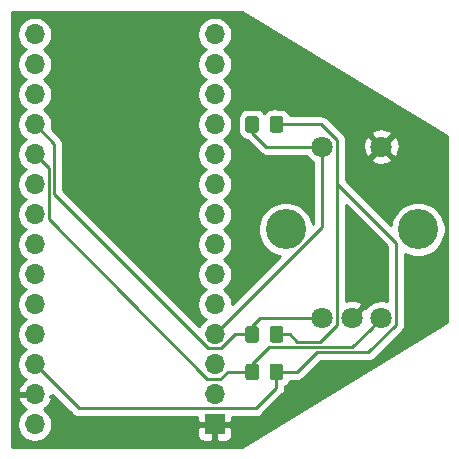
<source format=gbr>
G04 #@! TF.GenerationSoftware,KiCad,Pcbnew,(5.1.5-0-10_14)*
G04 #@! TF.CreationDate,2020-10-09T21:57:48+02:00*
G04 #@! TF.ProjectId,es_rotary,65735f72-6f74-4617-9279-2e6b69636164,rev?*
G04 #@! TF.SameCoordinates,Original*
G04 #@! TF.FileFunction,Copper,L1,Top*
G04 #@! TF.FilePolarity,Positive*
%FSLAX46Y46*%
G04 Gerber Fmt 4.6, Leading zero omitted, Abs format (unit mm)*
G04 Created by KiCad (PCBNEW (5.1.5-0-10_14)) date 2020-10-09 21:57:48*
%MOMM*%
%LPD*%
G04 APERTURE LIST*
%ADD10C,0.100000*%
%ADD11R,1.700000X1.700000*%
%ADD12O,1.700000X1.700000*%
%ADD13C,3.400000*%
%ADD14C,1.800000*%
%ADD15C,0.250000*%
%ADD16C,0.254000*%
G04 APERTURE END LIST*
G04 #@! TA.AperFunction,SMDPad,CuDef*
D10*
G36*
X153384505Y-98996204D02*
G01*
X153408773Y-98999804D01*
X153432572Y-99005765D01*
X153455671Y-99014030D01*
X153477850Y-99024520D01*
X153498893Y-99037132D01*
X153518599Y-99051747D01*
X153536777Y-99068223D01*
X153553253Y-99086401D01*
X153567868Y-99106107D01*
X153580480Y-99127150D01*
X153590970Y-99149329D01*
X153599235Y-99172428D01*
X153605196Y-99196227D01*
X153608796Y-99220495D01*
X153610000Y-99244999D01*
X153610000Y-100145001D01*
X153608796Y-100169505D01*
X153605196Y-100193773D01*
X153599235Y-100217572D01*
X153590970Y-100240671D01*
X153580480Y-100262850D01*
X153567868Y-100283893D01*
X153553253Y-100303599D01*
X153536777Y-100321777D01*
X153518599Y-100338253D01*
X153498893Y-100352868D01*
X153477850Y-100365480D01*
X153455671Y-100375970D01*
X153432572Y-100384235D01*
X153408773Y-100390196D01*
X153384505Y-100393796D01*
X153360001Y-100395000D01*
X152709999Y-100395000D01*
X152685495Y-100393796D01*
X152661227Y-100390196D01*
X152637428Y-100384235D01*
X152614329Y-100375970D01*
X152592150Y-100365480D01*
X152571107Y-100352868D01*
X152551401Y-100338253D01*
X152533223Y-100321777D01*
X152516747Y-100303599D01*
X152502132Y-100283893D01*
X152489520Y-100262850D01*
X152479030Y-100240671D01*
X152470765Y-100217572D01*
X152464804Y-100193773D01*
X152461204Y-100169505D01*
X152460000Y-100145001D01*
X152460000Y-99244999D01*
X152461204Y-99220495D01*
X152464804Y-99196227D01*
X152470765Y-99172428D01*
X152479030Y-99149329D01*
X152489520Y-99127150D01*
X152502132Y-99106107D01*
X152516747Y-99086401D01*
X152533223Y-99068223D01*
X152551401Y-99051747D01*
X152571107Y-99037132D01*
X152592150Y-99024520D01*
X152614329Y-99014030D01*
X152637428Y-99005765D01*
X152661227Y-98999804D01*
X152685495Y-98996204D01*
X152709999Y-98995000D01*
X153360001Y-98995000D01*
X153384505Y-98996204D01*
G37*
G04 #@! TD.AperFunction*
G04 #@! TA.AperFunction,SMDPad,CuDef*
G36*
X155434505Y-98996204D02*
G01*
X155458773Y-98999804D01*
X155482572Y-99005765D01*
X155505671Y-99014030D01*
X155527850Y-99024520D01*
X155548893Y-99037132D01*
X155568599Y-99051747D01*
X155586777Y-99068223D01*
X155603253Y-99086401D01*
X155617868Y-99106107D01*
X155630480Y-99127150D01*
X155640970Y-99149329D01*
X155649235Y-99172428D01*
X155655196Y-99196227D01*
X155658796Y-99220495D01*
X155660000Y-99244999D01*
X155660000Y-100145001D01*
X155658796Y-100169505D01*
X155655196Y-100193773D01*
X155649235Y-100217572D01*
X155640970Y-100240671D01*
X155630480Y-100262850D01*
X155617868Y-100283893D01*
X155603253Y-100303599D01*
X155586777Y-100321777D01*
X155568599Y-100338253D01*
X155548893Y-100352868D01*
X155527850Y-100365480D01*
X155505671Y-100375970D01*
X155482572Y-100384235D01*
X155458773Y-100390196D01*
X155434505Y-100393796D01*
X155410001Y-100395000D01*
X154759999Y-100395000D01*
X154735495Y-100393796D01*
X154711227Y-100390196D01*
X154687428Y-100384235D01*
X154664329Y-100375970D01*
X154642150Y-100365480D01*
X154621107Y-100352868D01*
X154601401Y-100338253D01*
X154583223Y-100321777D01*
X154566747Y-100303599D01*
X154552132Y-100283893D01*
X154539520Y-100262850D01*
X154529030Y-100240671D01*
X154520765Y-100217572D01*
X154514804Y-100193773D01*
X154511204Y-100169505D01*
X154510000Y-100145001D01*
X154510000Y-99244999D01*
X154511204Y-99220495D01*
X154514804Y-99196227D01*
X154520765Y-99172428D01*
X154529030Y-99149329D01*
X154539520Y-99127150D01*
X154552132Y-99106107D01*
X154566747Y-99086401D01*
X154583223Y-99068223D01*
X154601401Y-99051747D01*
X154621107Y-99037132D01*
X154642150Y-99024520D01*
X154664329Y-99014030D01*
X154687428Y-99005765D01*
X154711227Y-98999804D01*
X154735495Y-98996204D01*
X154759999Y-98995000D01*
X155410001Y-98995000D01*
X155434505Y-98996204D01*
G37*
G04 #@! TD.AperFunction*
D11*
X149860000Y-104140000D03*
D12*
X149860000Y-101600000D03*
X149860000Y-99060000D03*
X149860000Y-96520000D03*
X149860000Y-93980000D03*
X149860000Y-91440000D03*
X149860000Y-88900000D03*
X149860000Y-86360000D03*
X149860000Y-83820000D03*
X149860000Y-81280000D03*
X149860000Y-78740000D03*
X149860000Y-76200000D03*
X149860000Y-73660000D03*
X149860000Y-71120000D03*
D13*
X155874999Y-87630000D03*
X167074999Y-87630000D03*
D14*
X163974999Y-80630000D03*
X163974999Y-95130000D03*
X161474999Y-95130000D03*
X158974999Y-95130000D03*
X158974999Y-80630000D03*
D12*
X134620000Y-71120000D03*
X134620000Y-73660000D03*
X134620000Y-76200000D03*
X134620000Y-78740000D03*
X134620000Y-81280000D03*
X134620000Y-83820000D03*
X134620000Y-86360000D03*
X134620000Y-88900000D03*
X134620000Y-91440000D03*
X134620000Y-93980000D03*
X134620000Y-96520000D03*
X134620000Y-99060000D03*
X134620000Y-101600000D03*
X134620000Y-104140000D03*
G04 #@! TA.AperFunction,SMDPad,CuDef*
D10*
G36*
X153384505Y-95821204D02*
G01*
X153408773Y-95824804D01*
X153432572Y-95830765D01*
X153455671Y-95839030D01*
X153477850Y-95849520D01*
X153498893Y-95862132D01*
X153518599Y-95876747D01*
X153536777Y-95893223D01*
X153553253Y-95911401D01*
X153567868Y-95931107D01*
X153580480Y-95952150D01*
X153590970Y-95974329D01*
X153599235Y-95997428D01*
X153605196Y-96021227D01*
X153608796Y-96045495D01*
X153610000Y-96069999D01*
X153610000Y-96970001D01*
X153608796Y-96994505D01*
X153605196Y-97018773D01*
X153599235Y-97042572D01*
X153590970Y-97065671D01*
X153580480Y-97087850D01*
X153567868Y-97108893D01*
X153553253Y-97128599D01*
X153536777Y-97146777D01*
X153518599Y-97163253D01*
X153498893Y-97177868D01*
X153477850Y-97190480D01*
X153455671Y-97200970D01*
X153432572Y-97209235D01*
X153408773Y-97215196D01*
X153384505Y-97218796D01*
X153360001Y-97220000D01*
X152709999Y-97220000D01*
X152685495Y-97218796D01*
X152661227Y-97215196D01*
X152637428Y-97209235D01*
X152614329Y-97200970D01*
X152592150Y-97190480D01*
X152571107Y-97177868D01*
X152551401Y-97163253D01*
X152533223Y-97146777D01*
X152516747Y-97128599D01*
X152502132Y-97108893D01*
X152489520Y-97087850D01*
X152479030Y-97065671D01*
X152470765Y-97042572D01*
X152464804Y-97018773D01*
X152461204Y-96994505D01*
X152460000Y-96970001D01*
X152460000Y-96069999D01*
X152461204Y-96045495D01*
X152464804Y-96021227D01*
X152470765Y-95997428D01*
X152479030Y-95974329D01*
X152489520Y-95952150D01*
X152502132Y-95931107D01*
X152516747Y-95911401D01*
X152533223Y-95893223D01*
X152551401Y-95876747D01*
X152571107Y-95862132D01*
X152592150Y-95849520D01*
X152614329Y-95839030D01*
X152637428Y-95830765D01*
X152661227Y-95824804D01*
X152685495Y-95821204D01*
X152709999Y-95820000D01*
X153360001Y-95820000D01*
X153384505Y-95821204D01*
G37*
G04 #@! TD.AperFunction*
G04 #@! TA.AperFunction,SMDPad,CuDef*
G36*
X155434505Y-95821204D02*
G01*
X155458773Y-95824804D01*
X155482572Y-95830765D01*
X155505671Y-95839030D01*
X155527850Y-95849520D01*
X155548893Y-95862132D01*
X155568599Y-95876747D01*
X155586777Y-95893223D01*
X155603253Y-95911401D01*
X155617868Y-95931107D01*
X155630480Y-95952150D01*
X155640970Y-95974329D01*
X155649235Y-95997428D01*
X155655196Y-96021227D01*
X155658796Y-96045495D01*
X155660000Y-96069999D01*
X155660000Y-96970001D01*
X155658796Y-96994505D01*
X155655196Y-97018773D01*
X155649235Y-97042572D01*
X155640970Y-97065671D01*
X155630480Y-97087850D01*
X155617868Y-97108893D01*
X155603253Y-97128599D01*
X155586777Y-97146777D01*
X155568599Y-97163253D01*
X155548893Y-97177868D01*
X155527850Y-97190480D01*
X155505671Y-97200970D01*
X155482572Y-97209235D01*
X155458773Y-97215196D01*
X155434505Y-97218796D01*
X155410001Y-97220000D01*
X154759999Y-97220000D01*
X154735495Y-97218796D01*
X154711227Y-97215196D01*
X154687428Y-97209235D01*
X154664329Y-97200970D01*
X154642150Y-97190480D01*
X154621107Y-97177868D01*
X154601401Y-97163253D01*
X154583223Y-97146777D01*
X154566747Y-97128599D01*
X154552132Y-97108893D01*
X154539520Y-97087850D01*
X154529030Y-97065671D01*
X154520765Y-97042572D01*
X154514804Y-97018773D01*
X154511204Y-96994505D01*
X154510000Y-96970001D01*
X154510000Y-96069999D01*
X154511204Y-96045495D01*
X154514804Y-96021227D01*
X154520765Y-95997428D01*
X154529030Y-95974329D01*
X154539520Y-95952150D01*
X154552132Y-95931107D01*
X154566747Y-95911401D01*
X154583223Y-95893223D01*
X154601401Y-95876747D01*
X154621107Y-95862132D01*
X154642150Y-95849520D01*
X154664329Y-95839030D01*
X154687428Y-95830765D01*
X154711227Y-95824804D01*
X154735495Y-95821204D01*
X154759999Y-95820000D01*
X155410001Y-95820000D01*
X155434505Y-95821204D01*
G37*
G04 #@! TD.AperFunction*
G04 #@! TA.AperFunction,SMDPad,CuDef*
G36*
X153384505Y-78041204D02*
G01*
X153408773Y-78044804D01*
X153432572Y-78050765D01*
X153455671Y-78059030D01*
X153477850Y-78069520D01*
X153498893Y-78082132D01*
X153518599Y-78096747D01*
X153536777Y-78113223D01*
X153553253Y-78131401D01*
X153567868Y-78151107D01*
X153580480Y-78172150D01*
X153590970Y-78194329D01*
X153599235Y-78217428D01*
X153605196Y-78241227D01*
X153608796Y-78265495D01*
X153610000Y-78289999D01*
X153610000Y-79190001D01*
X153608796Y-79214505D01*
X153605196Y-79238773D01*
X153599235Y-79262572D01*
X153590970Y-79285671D01*
X153580480Y-79307850D01*
X153567868Y-79328893D01*
X153553253Y-79348599D01*
X153536777Y-79366777D01*
X153518599Y-79383253D01*
X153498893Y-79397868D01*
X153477850Y-79410480D01*
X153455671Y-79420970D01*
X153432572Y-79429235D01*
X153408773Y-79435196D01*
X153384505Y-79438796D01*
X153360001Y-79440000D01*
X152709999Y-79440000D01*
X152685495Y-79438796D01*
X152661227Y-79435196D01*
X152637428Y-79429235D01*
X152614329Y-79420970D01*
X152592150Y-79410480D01*
X152571107Y-79397868D01*
X152551401Y-79383253D01*
X152533223Y-79366777D01*
X152516747Y-79348599D01*
X152502132Y-79328893D01*
X152489520Y-79307850D01*
X152479030Y-79285671D01*
X152470765Y-79262572D01*
X152464804Y-79238773D01*
X152461204Y-79214505D01*
X152460000Y-79190001D01*
X152460000Y-78289999D01*
X152461204Y-78265495D01*
X152464804Y-78241227D01*
X152470765Y-78217428D01*
X152479030Y-78194329D01*
X152489520Y-78172150D01*
X152502132Y-78151107D01*
X152516747Y-78131401D01*
X152533223Y-78113223D01*
X152551401Y-78096747D01*
X152571107Y-78082132D01*
X152592150Y-78069520D01*
X152614329Y-78059030D01*
X152637428Y-78050765D01*
X152661227Y-78044804D01*
X152685495Y-78041204D01*
X152709999Y-78040000D01*
X153360001Y-78040000D01*
X153384505Y-78041204D01*
G37*
G04 #@! TD.AperFunction*
G04 #@! TA.AperFunction,SMDPad,CuDef*
G36*
X155434505Y-78041204D02*
G01*
X155458773Y-78044804D01*
X155482572Y-78050765D01*
X155505671Y-78059030D01*
X155527850Y-78069520D01*
X155548893Y-78082132D01*
X155568599Y-78096747D01*
X155586777Y-78113223D01*
X155603253Y-78131401D01*
X155617868Y-78151107D01*
X155630480Y-78172150D01*
X155640970Y-78194329D01*
X155649235Y-78217428D01*
X155655196Y-78241227D01*
X155658796Y-78265495D01*
X155660000Y-78289999D01*
X155660000Y-79190001D01*
X155658796Y-79214505D01*
X155655196Y-79238773D01*
X155649235Y-79262572D01*
X155640970Y-79285671D01*
X155630480Y-79307850D01*
X155617868Y-79328893D01*
X155603253Y-79348599D01*
X155586777Y-79366777D01*
X155568599Y-79383253D01*
X155548893Y-79397868D01*
X155527850Y-79410480D01*
X155505671Y-79420970D01*
X155482572Y-79429235D01*
X155458773Y-79435196D01*
X155434505Y-79438796D01*
X155410001Y-79440000D01*
X154759999Y-79440000D01*
X154735495Y-79438796D01*
X154711227Y-79435196D01*
X154687428Y-79429235D01*
X154664329Y-79420970D01*
X154642150Y-79410480D01*
X154621107Y-79397868D01*
X154601401Y-79383253D01*
X154583223Y-79366777D01*
X154566747Y-79348599D01*
X154552132Y-79328893D01*
X154539520Y-79307850D01*
X154529030Y-79285671D01*
X154520765Y-79262572D01*
X154514804Y-79238773D01*
X154511204Y-79214505D01*
X154510000Y-79190001D01*
X154510000Y-78289999D01*
X154511204Y-78265495D01*
X154514804Y-78241227D01*
X154520765Y-78217428D01*
X154529030Y-78194329D01*
X154539520Y-78172150D01*
X154552132Y-78151107D01*
X154566747Y-78131401D01*
X154583223Y-78113223D01*
X154601401Y-78096747D01*
X154621107Y-78082132D01*
X154642150Y-78069520D01*
X154664329Y-78059030D01*
X154687428Y-78050765D01*
X154711227Y-78044804D01*
X154735495Y-78041204D01*
X154759999Y-78040000D01*
X155410001Y-78040000D01*
X155434505Y-78041204D01*
G37*
G04 #@! TD.AperFunction*
D15*
X158974999Y-87405001D02*
X149860000Y-96520000D01*
X158974999Y-80630000D02*
X158974999Y-87405001D01*
X153035000Y-79440000D02*
X153035000Y-78740000D01*
X154225000Y-80630000D02*
X153035000Y-79440000D01*
X158974999Y-80630000D02*
X154225000Y-80630000D01*
X151599002Y-96520000D02*
X153035000Y-96520000D01*
X150424001Y-97695001D02*
X151599002Y-96520000D01*
X149295999Y-97695001D02*
X150424001Y-97695001D01*
X136245011Y-84644013D02*
X149295999Y-97695001D01*
X136245011Y-80365011D02*
X136245011Y-84644013D01*
X134620000Y-78740000D02*
X136245011Y-80365011D01*
X157702207Y-95130000D02*
X158974999Y-95130000D01*
X153725000Y-95130000D02*
X157702207Y-95130000D01*
X153035000Y-95820000D02*
X153725000Y-95130000D01*
X153035000Y-96520000D02*
X153035000Y-95820000D01*
X135795001Y-82455001D02*
X135469999Y-82129999D01*
X135795001Y-86734003D02*
X135795001Y-82455001D01*
X135469999Y-82129999D02*
X134620000Y-81280000D01*
X149225000Y-100330000D02*
X135795001Y-86734003D01*
X150964002Y-99695000D02*
X150329002Y-100330000D01*
X150329002Y-100330000D02*
X149225000Y-100330000D01*
X153035000Y-99695000D02*
X150964002Y-99695000D01*
X161499037Y-97605962D02*
X163075000Y-96029999D01*
X163075000Y-96029999D02*
X163974999Y-95130000D01*
X154424038Y-97605962D02*
X161499037Y-97605962D01*
X153035000Y-98995000D02*
X154424038Y-97605962D01*
X153035000Y-99695000D02*
X153035000Y-98995000D01*
X154940000Y-78105000D02*
X154940000Y-78805000D01*
X160200000Y-83752003D02*
X160200000Y-80041999D01*
X165200000Y-88752003D02*
X160200000Y-83752003D01*
X165200000Y-95718001D02*
X165200000Y-88752003D01*
X156845000Y-97155000D02*
X158763001Y-97155000D01*
X160200000Y-83752003D02*
X160200000Y-95705000D01*
X160020000Y-95885000D02*
X160200000Y-95718001D01*
X160200000Y-95705000D02*
X160020000Y-95885000D01*
X158763001Y-97155000D02*
X160020000Y-95885000D01*
X158898001Y-78740000D02*
X155085000Y-78740000D01*
X160200000Y-80041999D02*
X158898001Y-78740000D01*
X156210000Y-96520000D02*
X155085000Y-96520000D01*
X156845000Y-97155000D02*
X156210000Y-96520000D01*
X138335001Y-102775001D02*
X135469999Y-99909999D01*
X135469999Y-99909999D02*
X134620000Y-99060000D01*
X153339999Y-102775001D02*
X138335001Y-102775001D01*
X155085000Y-101030000D02*
X153339999Y-102775001D01*
X155085000Y-99695000D02*
X155085000Y-101030000D01*
X155085000Y-99695000D02*
X156845000Y-99695000D01*
X156845000Y-99695000D02*
X158115000Y-98425000D01*
X162862029Y-98055972D02*
X165200000Y-95718001D01*
X158484028Y-98055972D02*
X162862029Y-98055972D01*
X165200000Y-95718001D02*
X165200000Y-95250000D01*
X158115000Y-98425000D02*
X158484028Y-98055972D01*
D16*
G36*
X169520000Y-79746407D02*
G01*
X169520001Y-95513592D01*
X152215330Y-106020000D01*
X132740000Y-106020000D01*
X132740000Y-70973740D01*
X133135000Y-70973740D01*
X133135000Y-71266260D01*
X133192068Y-71553158D01*
X133304010Y-71823411D01*
X133466525Y-72066632D01*
X133673368Y-72273475D01*
X133847760Y-72390000D01*
X133673368Y-72506525D01*
X133466525Y-72713368D01*
X133304010Y-72956589D01*
X133192068Y-73226842D01*
X133135000Y-73513740D01*
X133135000Y-73806260D01*
X133192068Y-74093158D01*
X133304010Y-74363411D01*
X133466525Y-74606632D01*
X133673368Y-74813475D01*
X133847760Y-74930000D01*
X133673368Y-75046525D01*
X133466525Y-75253368D01*
X133304010Y-75496589D01*
X133192068Y-75766842D01*
X133135000Y-76053740D01*
X133135000Y-76346260D01*
X133192068Y-76633158D01*
X133304010Y-76903411D01*
X133466525Y-77146632D01*
X133673368Y-77353475D01*
X133847760Y-77470000D01*
X133673368Y-77586525D01*
X133466525Y-77793368D01*
X133304010Y-78036589D01*
X133192068Y-78306842D01*
X133135000Y-78593740D01*
X133135000Y-78886260D01*
X133192068Y-79173158D01*
X133304010Y-79443411D01*
X133466525Y-79686632D01*
X133673368Y-79893475D01*
X133847760Y-80010000D01*
X133673368Y-80126525D01*
X133466525Y-80333368D01*
X133304010Y-80576589D01*
X133192068Y-80846842D01*
X133135000Y-81133740D01*
X133135000Y-81426260D01*
X133192068Y-81713158D01*
X133304010Y-81983411D01*
X133466525Y-82226632D01*
X133673368Y-82433475D01*
X133847760Y-82550000D01*
X133673368Y-82666525D01*
X133466525Y-82873368D01*
X133304010Y-83116589D01*
X133192068Y-83386842D01*
X133135000Y-83673740D01*
X133135000Y-83966260D01*
X133192068Y-84253158D01*
X133304010Y-84523411D01*
X133466525Y-84766632D01*
X133673368Y-84973475D01*
X133847760Y-85090000D01*
X133673368Y-85206525D01*
X133466525Y-85413368D01*
X133304010Y-85656589D01*
X133192068Y-85926842D01*
X133135000Y-86213740D01*
X133135000Y-86506260D01*
X133192068Y-86793158D01*
X133304010Y-87063411D01*
X133466525Y-87306632D01*
X133673368Y-87513475D01*
X133847760Y-87630000D01*
X133673368Y-87746525D01*
X133466525Y-87953368D01*
X133304010Y-88196589D01*
X133192068Y-88466842D01*
X133135000Y-88753740D01*
X133135000Y-89046260D01*
X133192068Y-89333158D01*
X133304010Y-89603411D01*
X133466525Y-89846632D01*
X133673368Y-90053475D01*
X133847760Y-90170000D01*
X133673368Y-90286525D01*
X133466525Y-90493368D01*
X133304010Y-90736589D01*
X133192068Y-91006842D01*
X133135000Y-91293740D01*
X133135000Y-91586260D01*
X133192068Y-91873158D01*
X133304010Y-92143411D01*
X133466525Y-92386632D01*
X133673368Y-92593475D01*
X133847760Y-92710000D01*
X133673368Y-92826525D01*
X133466525Y-93033368D01*
X133304010Y-93276589D01*
X133192068Y-93546842D01*
X133135000Y-93833740D01*
X133135000Y-94126260D01*
X133192068Y-94413158D01*
X133304010Y-94683411D01*
X133466525Y-94926632D01*
X133673368Y-95133475D01*
X133847760Y-95250000D01*
X133673368Y-95366525D01*
X133466525Y-95573368D01*
X133304010Y-95816589D01*
X133192068Y-96086842D01*
X133135000Y-96373740D01*
X133135000Y-96666260D01*
X133192068Y-96953158D01*
X133304010Y-97223411D01*
X133466525Y-97466632D01*
X133673368Y-97673475D01*
X133847760Y-97790000D01*
X133673368Y-97906525D01*
X133466525Y-98113368D01*
X133304010Y-98356589D01*
X133192068Y-98626842D01*
X133135000Y-98913740D01*
X133135000Y-99206260D01*
X133192068Y-99493158D01*
X133304010Y-99763411D01*
X133466525Y-100006632D01*
X133673368Y-100213475D01*
X133855534Y-100335195D01*
X133738645Y-100404822D01*
X133522412Y-100599731D01*
X133348359Y-100833080D01*
X133223175Y-101095901D01*
X133178524Y-101243110D01*
X133299845Y-101473000D01*
X134493000Y-101473000D01*
X134493000Y-101453000D01*
X134747000Y-101453000D01*
X134747000Y-101473000D01*
X134767000Y-101473000D01*
X134767000Y-101727000D01*
X134747000Y-101727000D01*
X134747000Y-101747000D01*
X134493000Y-101747000D01*
X134493000Y-101727000D01*
X133299845Y-101727000D01*
X133178524Y-101956890D01*
X133223175Y-102104099D01*
X133348359Y-102366920D01*
X133522412Y-102600269D01*
X133738645Y-102795178D01*
X133855534Y-102864805D01*
X133673368Y-102986525D01*
X133466525Y-103193368D01*
X133304010Y-103436589D01*
X133192068Y-103706842D01*
X133135000Y-103993740D01*
X133135000Y-104286260D01*
X133192068Y-104573158D01*
X133304010Y-104843411D01*
X133466525Y-105086632D01*
X133673368Y-105293475D01*
X133916589Y-105455990D01*
X134186842Y-105567932D01*
X134473740Y-105625000D01*
X134766260Y-105625000D01*
X135053158Y-105567932D01*
X135323411Y-105455990D01*
X135566632Y-105293475D01*
X135773475Y-105086632D01*
X135838042Y-104990000D01*
X148371928Y-104990000D01*
X148384188Y-105114482D01*
X148420498Y-105234180D01*
X148479463Y-105344494D01*
X148558815Y-105441185D01*
X148655506Y-105520537D01*
X148765820Y-105579502D01*
X148885518Y-105615812D01*
X149010000Y-105628072D01*
X149574250Y-105625000D01*
X149733000Y-105466250D01*
X149733000Y-104267000D01*
X149987000Y-104267000D01*
X149987000Y-105466250D01*
X150145750Y-105625000D01*
X150710000Y-105628072D01*
X150834482Y-105615812D01*
X150954180Y-105579502D01*
X151064494Y-105520537D01*
X151161185Y-105441185D01*
X151240537Y-105344494D01*
X151299502Y-105234180D01*
X151335812Y-105114482D01*
X151348072Y-104990000D01*
X151345000Y-104425750D01*
X151186250Y-104267000D01*
X149987000Y-104267000D01*
X149733000Y-104267000D01*
X148533750Y-104267000D01*
X148375000Y-104425750D01*
X148371928Y-104990000D01*
X135838042Y-104990000D01*
X135935990Y-104843411D01*
X136047932Y-104573158D01*
X136105000Y-104286260D01*
X136105000Y-103993740D01*
X136047932Y-103706842D01*
X135935990Y-103436589D01*
X135773475Y-103193368D01*
X135566632Y-102986525D01*
X135384466Y-102864805D01*
X135501355Y-102795178D01*
X135717588Y-102600269D01*
X135891641Y-102366920D01*
X136016825Y-102104099D01*
X136061476Y-101956890D01*
X135940156Y-101727002D01*
X136105000Y-101727002D01*
X136105000Y-101619801D01*
X137771202Y-103286004D01*
X137795000Y-103315002D01*
X137910725Y-103409975D01*
X138042754Y-103480547D01*
X138186015Y-103524004D01*
X138297668Y-103535001D01*
X138297676Y-103535001D01*
X138335001Y-103538677D01*
X138372326Y-103535001D01*
X148373262Y-103535001D01*
X148375000Y-103854250D01*
X148533750Y-104013000D01*
X149733000Y-104013000D01*
X149733000Y-103993000D01*
X149987000Y-103993000D01*
X149987000Y-104013000D01*
X151186250Y-104013000D01*
X151345000Y-103854250D01*
X151346738Y-103535001D01*
X153302677Y-103535001D01*
X153339999Y-103538677D01*
X153377321Y-103535001D01*
X153377332Y-103535001D01*
X153488985Y-103524004D01*
X153632246Y-103480547D01*
X153764275Y-103409975D01*
X153880000Y-103315002D01*
X153903803Y-103285998D01*
X155596003Y-101593799D01*
X155625001Y-101570001D01*
X155704608Y-101473000D01*
X155719974Y-101454277D01*
X155790546Y-101322247D01*
X155834003Y-101178986D01*
X155845000Y-101067333D01*
X155845000Y-101067324D01*
X155848676Y-101030001D01*
X155845000Y-100992678D01*
X155845000Y-100914614D01*
X155903387Y-100883405D01*
X156037962Y-100772962D01*
X156148405Y-100638387D01*
X156230472Y-100484851D01*
X156239527Y-100455000D01*
X156807678Y-100455000D01*
X156845000Y-100458676D01*
X156882322Y-100455000D01*
X156882333Y-100455000D01*
X156993986Y-100444003D01*
X157137247Y-100400546D01*
X157269276Y-100329974D01*
X157385001Y-100235001D01*
X157408804Y-100205997D01*
X158678799Y-98936003D01*
X158678803Y-98935998D01*
X158798829Y-98815972D01*
X162824707Y-98815972D01*
X162862029Y-98819648D01*
X162899351Y-98815972D01*
X162899362Y-98815972D01*
X163011015Y-98804975D01*
X163154276Y-98761518D01*
X163286305Y-98690946D01*
X163402030Y-98595973D01*
X163425833Y-98566969D01*
X165711004Y-96281799D01*
X165740001Y-96258002D01*
X165834974Y-96142277D01*
X165905546Y-96010248D01*
X165949003Y-95866987D01*
X165960000Y-95755334D01*
X165960000Y-95755325D01*
X165963676Y-95718002D01*
X165960000Y-95680679D01*
X165960000Y-89693262D01*
X165968962Y-89699250D01*
X166393905Y-89875267D01*
X166845022Y-89965000D01*
X167304976Y-89965000D01*
X167756093Y-89875267D01*
X168181036Y-89699250D01*
X168563475Y-89443713D01*
X168888712Y-89118476D01*
X169144249Y-88736037D01*
X169320266Y-88311094D01*
X169409999Y-87859977D01*
X169409999Y-87400023D01*
X169320266Y-86948906D01*
X169144249Y-86523963D01*
X168888712Y-86141524D01*
X168563475Y-85816287D01*
X168181036Y-85560750D01*
X167756093Y-85384733D01*
X167304976Y-85295000D01*
X166845022Y-85295000D01*
X166393905Y-85384733D01*
X165968962Y-85560750D01*
X165586523Y-85816287D01*
X165261286Y-86141524D01*
X165005749Y-86523963D01*
X164829732Y-86948906D01*
X164770331Y-87247533D01*
X160960000Y-83437202D01*
X160960000Y-81694080D01*
X163090524Y-81694080D01*
X163174207Y-81948261D01*
X163446774Y-82079158D01*
X163739641Y-82154365D01*
X164041552Y-82170991D01*
X164340906Y-82128397D01*
X164626198Y-82028222D01*
X164775791Y-81948261D01*
X164859474Y-81694080D01*
X163974999Y-80809605D01*
X163090524Y-81694080D01*
X160960000Y-81694080D01*
X160960000Y-80696553D01*
X162434008Y-80696553D01*
X162476602Y-80995907D01*
X162576777Y-81281199D01*
X162656738Y-81430792D01*
X162910919Y-81514475D01*
X163795394Y-80630000D01*
X164154604Y-80630000D01*
X165039079Y-81514475D01*
X165293260Y-81430792D01*
X165424157Y-81158225D01*
X165499364Y-80865358D01*
X165515990Y-80563447D01*
X165473396Y-80264093D01*
X165373221Y-79978801D01*
X165293260Y-79829208D01*
X165039079Y-79745525D01*
X164154604Y-80630000D01*
X163795394Y-80630000D01*
X162910919Y-79745525D01*
X162656738Y-79829208D01*
X162525841Y-80101775D01*
X162450634Y-80394642D01*
X162434008Y-80696553D01*
X160960000Y-80696553D01*
X160960000Y-80079324D01*
X160963676Y-80041999D01*
X160960000Y-80004674D01*
X160960000Y-80004666D01*
X160949003Y-79893013D01*
X160905546Y-79749752D01*
X160834974Y-79617723D01*
X160792461Y-79565920D01*
X163090524Y-79565920D01*
X163974999Y-80450395D01*
X164859474Y-79565920D01*
X164775791Y-79311739D01*
X164503224Y-79180842D01*
X164210357Y-79105635D01*
X163908446Y-79089009D01*
X163609092Y-79131603D01*
X163323800Y-79231778D01*
X163174207Y-79311739D01*
X163090524Y-79565920D01*
X160792461Y-79565920D01*
X160740001Y-79501998D01*
X160711003Y-79478200D01*
X159461805Y-78229003D01*
X159438002Y-78199999D01*
X159322277Y-78105026D01*
X159190248Y-78034454D01*
X159046987Y-77990997D01*
X158935334Y-77980000D01*
X158935323Y-77980000D01*
X158898001Y-77976324D01*
X158860679Y-77980000D01*
X156239527Y-77980000D01*
X156230472Y-77950149D01*
X156148405Y-77796613D01*
X156037962Y-77662038D01*
X155903387Y-77551595D01*
X155749851Y-77469528D01*
X155583255Y-77418992D01*
X155410001Y-77401928D01*
X155236874Y-77401928D01*
X155232246Y-77399454D01*
X155088985Y-77355997D01*
X154940000Y-77341323D01*
X154791014Y-77355997D01*
X154647753Y-77399454D01*
X154616725Y-77416039D01*
X154586745Y-77418992D01*
X154420149Y-77469528D01*
X154266613Y-77551595D01*
X154132038Y-77662038D01*
X154060000Y-77749816D01*
X153987962Y-77662038D01*
X153853387Y-77551595D01*
X153699851Y-77469528D01*
X153533255Y-77418992D01*
X153360001Y-77401928D01*
X152709999Y-77401928D01*
X152536745Y-77418992D01*
X152370149Y-77469528D01*
X152216613Y-77551595D01*
X152082038Y-77662038D01*
X151971595Y-77796613D01*
X151889528Y-77950149D01*
X151838992Y-78116745D01*
X151821928Y-78289999D01*
X151821928Y-79190001D01*
X151838992Y-79363255D01*
X151889528Y-79529851D01*
X151971595Y-79683387D01*
X152082038Y-79817962D01*
X152216613Y-79928405D01*
X152370149Y-80010472D01*
X152536745Y-80061008D01*
X152586064Y-80065866D01*
X153661201Y-81141003D01*
X153684999Y-81170001D01*
X153713997Y-81193799D01*
X153800723Y-81264974D01*
X153831078Y-81281199D01*
X153932753Y-81335546D01*
X154076014Y-81379003D01*
X154187667Y-81390000D01*
X154187676Y-81390000D01*
X154224999Y-81393676D01*
X154262322Y-81390000D01*
X157636686Y-81390000D01*
X157782687Y-81608505D01*
X157996494Y-81822312D01*
X158214999Y-81968313D01*
X158215000Y-87090198D01*
X158159425Y-87145773D01*
X158120266Y-86948906D01*
X157944249Y-86523963D01*
X157688712Y-86141524D01*
X157363475Y-85816287D01*
X156981036Y-85560750D01*
X156556093Y-85384733D01*
X156104976Y-85295000D01*
X155645022Y-85295000D01*
X155193905Y-85384733D01*
X154768962Y-85560750D01*
X154386523Y-85816287D01*
X154061286Y-86141524D01*
X153805749Y-86523963D01*
X153629732Y-86948906D01*
X153539999Y-87400023D01*
X153539999Y-87859977D01*
X153629732Y-88311094D01*
X153805749Y-88736037D01*
X154061286Y-89118476D01*
X154386523Y-89443713D01*
X154768962Y-89699250D01*
X155193905Y-89875267D01*
X155390772Y-89914426D01*
X151345000Y-93960199D01*
X151345000Y-93833740D01*
X151287932Y-93546842D01*
X151175990Y-93276589D01*
X151013475Y-93033368D01*
X150806632Y-92826525D01*
X150632240Y-92710000D01*
X150806632Y-92593475D01*
X151013475Y-92386632D01*
X151175990Y-92143411D01*
X151287932Y-91873158D01*
X151345000Y-91586260D01*
X151345000Y-91293740D01*
X151287932Y-91006842D01*
X151175990Y-90736589D01*
X151013475Y-90493368D01*
X150806632Y-90286525D01*
X150632240Y-90170000D01*
X150806632Y-90053475D01*
X151013475Y-89846632D01*
X151175990Y-89603411D01*
X151287932Y-89333158D01*
X151345000Y-89046260D01*
X151345000Y-88753740D01*
X151287932Y-88466842D01*
X151175990Y-88196589D01*
X151013475Y-87953368D01*
X150806632Y-87746525D01*
X150632240Y-87630000D01*
X150806632Y-87513475D01*
X151013475Y-87306632D01*
X151175990Y-87063411D01*
X151287932Y-86793158D01*
X151345000Y-86506260D01*
X151345000Y-86213740D01*
X151287932Y-85926842D01*
X151175990Y-85656589D01*
X151013475Y-85413368D01*
X150806632Y-85206525D01*
X150632240Y-85090000D01*
X150806632Y-84973475D01*
X151013475Y-84766632D01*
X151175990Y-84523411D01*
X151287932Y-84253158D01*
X151345000Y-83966260D01*
X151345000Y-83673740D01*
X151287932Y-83386842D01*
X151175990Y-83116589D01*
X151013475Y-82873368D01*
X150806632Y-82666525D01*
X150632240Y-82550000D01*
X150806632Y-82433475D01*
X151013475Y-82226632D01*
X151175990Y-81983411D01*
X151287932Y-81713158D01*
X151345000Y-81426260D01*
X151345000Y-81133740D01*
X151287932Y-80846842D01*
X151175990Y-80576589D01*
X151013475Y-80333368D01*
X150806632Y-80126525D01*
X150632240Y-80010000D01*
X150806632Y-79893475D01*
X151013475Y-79686632D01*
X151175990Y-79443411D01*
X151287932Y-79173158D01*
X151345000Y-78886260D01*
X151345000Y-78593740D01*
X151287932Y-78306842D01*
X151175990Y-78036589D01*
X151013475Y-77793368D01*
X150806632Y-77586525D01*
X150632240Y-77470000D01*
X150806632Y-77353475D01*
X151013475Y-77146632D01*
X151175990Y-76903411D01*
X151287932Y-76633158D01*
X151345000Y-76346260D01*
X151345000Y-76053740D01*
X151287932Y-75766842D01*
X151175990Y-75496589D01*
X151013475Y-75253368D01*
X150806632Y-75046525D01*
X150632240Y-74930000D01*
X150806632Y-74813475D01*
X151013475Y-74606632D01*
X151175990Y-74363411D01*
X151287932Y-74093158D01*
X151345000Y-73806260D01*
X151345000Y-73513740D01*
X151287932Y-73226842D01*
X151175990Y-72956589D01*
X151013475Y-72713368D01*
X150806632Y-72506525D01*
X150632240Y-72390000D01*
X150806632Y-72273475D01*
X151013475Y-72066632D01*
X151175990Y-71823411D01*
X151287932Y-71553158D01*
X151345000Y-71266260D01*
X151345000Y-70973740D01*
X151287932Y-70686842D01*
X151175990Y-70416589D01*
X151013475Y-70173368D01*
X150806632Y-69966525D01*
X150563411Y-69804010D01*
X150293158Y-69692068D01*
X150006260Y-69635000D01*
X149713740Y-69635000D01*
X149426842Y-69692068D01*
X149156589Y-69804010D01*
X148913368Y-69966525D01*
X148706525Y-70173368D01*
X148544010Y-70416589D01*
X148432068Y-70686842D01*
X148375000Y-70973740D01*
X148375000Y-71266260D01*
X148432068Y-71553158D01*
X148544010Y-71823411D01*
X148706525Y-72066632D01*
X148913368Y-72273475D01*
X149087760Y-72390000D01*
X148913368Y-72506525D01*
X148706525Y-72713368D01*
X148544010Y-72956589D01*
X148432068Y-73226842D01*
X148375000Y-73513740D01*
X148375000Y-73806260D01*
X148432068Y-74093158D01*
X148544010Y-74363411D01*
X148706525Y-74606632D01*
X148913368Y-74813475D01*
X149087760Y-74930000D01*
X148913368Y-75046525D01*
X148706525Y-75253368D01*
X148544010Y-75496589D01*
X148432068Y-75766842D01*
X148375000Y-76053740D01*
X148375000Y-76346260D01*
X148432068Y-76633158D01*
X148544010Y-76903411D01*
X148706525Y-77146632D01*
X148913368Y-77353475D01*
X149087760Y-77470000D01*
X148913368Y-77586525D01*
X148706525Y-77793368D01*
X148544010Y-78036589D01*
X148432068Y-78306842D01*
X148375000Y-78593740D01*
X148375000Y-78886260D01*
X148432068Y-79173158D01*
X148544010Y-79443411D01*
X148706525Y-79686632D01*
X148913368Y-79893475D01*
X149087760Y-80010000D01*
X148913368Y-80126525D01*
X148706525Y-80333368D01*
X148544010Y-80576589D01*
X148432068Y-80846842D01*
X148375000Y-81133740D01*
X148375000Y-81426260D01*
X148432068Y-81713158D01*
X148544010Y-81983411D01*
X148706525Y-82226632D01*
X148913368Y-82433475D01*
X149087760Y-82550000D01*
X148913368Y-82666525D01*
X148706525Y-82873368D01*
X148544010Y-83116589D01*
X148432068Y-83386842D01*
X148375000Y-83673740D01*
X148375000Y-83966260D01*
X148432068Y-84253158D01*
X148544010Y-84523411D01*
X148706525Y-84766632D01*
X148913368Y-84973475D01*
X149087760Y-85090000D01*
X148913368Y-85206525D01*
X148706525Y-85413368D01*
X148544010Y-85656589D01*
X148432068Y-85926842D01*
X148375000Y-86213740D01*
X148375000Y-86506260D01*
X148432068Y-86793158D01*
X148544010Y-87063411D01*
X148706525Y-87306632D01*
X148913368Y-87513475D01*
X149087760Y-87630000D01*
X148913368Y-87746525D01*
X148706525Y-87953368D01*
X148544010Y-88196589D01*
X148432068Y-88466842D01*
X148375000Y-88753740D01*
X148375000Y-89046260D01*
X148432068Y-89333158D01*
X148544010Y-89603411D01*
X148706525Y-89846632D01*
X148913368Y-90053475D01*
X149087760Y-90170000D01*
X148913368Y-90286525D01*
X148706525Y-90493368D01*
X148544010Y-90736589D01*
X148432068Y-91006842D01*
X148375000Y-91293740D01*
X148375000Y-91586260D01*
X148432068Y-91873158D01*
X148544010Y-92143411D01*
X148706525Y-92386632D01*
X148913368Y-92593475D01*
X149087760Y-92710000D01*
X148913368Y-92826525D01*
X148706525Y-93033368D01*
X148544010Y-93276589D01*
X148432068Y-93546842D01*
X148375000Y-93833740D01*
X148375000Y-94126260D01*
X148432068Y-94413158D01*
X148544010Y-94683411D01*
X148706525Y-94926632D01*
X148913368Y-95133475D01*
X149087760Y-95250000D01*
X148913368Y-95366525D01*
X148706525Y-95573368D01*
X148544010Y-95816589D01*
X148528891Y-95853091D01*
X137005011Y-84329212D01*
X137005011Y-80402344D01*
X137008688Y-80365011D01*
X136994014Y-80216025D01*
X136950557Y-80072764D01*
X136879985Y-79940735D01*
X136808810Y-79854008D01*
X136785012Y-79825010D01*
X136756015Y-79801213D01*
X136061210Y-79106408D01*
X136105000Y-78886260D01*
X136105000Y-78593740D01*
X136047932Y-78306842D01*
X135935990Y-78036589D01*
X135773475Y-77793368D01*
X135566632Y-77586525D01*
X135392240Y-77470000D01*
X135566632Y-77353475D01*
X135773475Y-77146632D01*
X135935990Y-76903411D01*
X136047932Y-76633158D01*
X136105000Y-76346260D01*
X136105000Y-76053740D01*
X136047932Y-75766842D01*
X135935990Y-75496589D01*
X135773475Y-75253368D01*
X135566632Y-75046525D01*
X135392240Y-74930000D01*
X135566632Y-74813475D01*
X135773475Y-74606632D01*
X135935990Y-74363411D01*
X136047932Y-74093158D01*
X136105000Y-73806260D01*
X136105000Y-73513740D01*
X136047932Y-73226842D01*
X135935990Y-72956589D01*
X135773475Y-72713368D01*
X135566632Y-72506525D01*
X135392240Y-72390000D01*
X135566632Y-72273475D01*
X135773475Y-72066632D01*
X135935990Y-71823411D01*
X136047932Y-71553158D01*
X136105000Y-71266260D01*
X136105000Y-70973740D01*
X136047932Y-70686842D01*
X135935990Y-70416589D01*
X135773475Y-70173368D01*
X135566632Y-69966525D01*
X135323411Y-69804010D01*
X135053158Y-69692068D01*
X134766260Y-69635000D01*
X134473740Y-69635000D01*
X134186842Y-69692068D01*
X133916589Y-69804010D01*
X133673368Y-69966525D01*
X133466525Y-70173368D01*
X133304010Y-70416589D01*
X133192068Y-70686842D01*
X133135000Y-70973740D01*
X132740000Y-70973740D01*
X132740000Y-69240000D01*
X152215330Y-69240000D01*
X169520000Y-79746407D01*
G37*
X169520000Y-79746407D02*
X169520001Y-95513592D01*
X152215330Y-106020000D01*
X132740000Y-106020000D01*
X132740000Y-70973740D01*
X133135000Y-70973740D01*
X133135000Y-71266260D01*
X133192068Y-71553158D01*
X133304010Y-71823411D01*
X133466525Y-72066632D01*
X133673368Y-72273475D01*
X133847760Y-72390000D01*
X133673368Y-72506525D01*
X133466525Y-72713368D01*
X133304010Y-72956589D01*
X133192068Y-73226842D01*
X133135000Y-73513740D01*
X133135000Y-73806260D01*
X133192068Y-74093158D01*
X133304010Y-74363411D01*
X133466525Y-74606632D01*
X133673368Y-74813475D01*
X133847760Y-74930000D01*
X133673368Y-75046525D01*
X133466525Y-75253368D01*
X133304010Y-75496589D01*
X133192068Y-75766842D01*
X133135000Y-76053740D01*
X133135000Y-76346260D01*
X133192068Y-76633158D01*
X133304010Y-76903411D01*
X133466525Y-77146632D01*
X133673368Y-77353475D01*
X133847760Y-77470000D01*
X133673368Y-77586525D01*
X133466525Y-77793368D01*
X133304010Y-78036589D01*
X133192068Y-78306842D01*
X133135000Y-78593740D01*
X133135000Y-78886260D01*
X133192068Y-79173158D01*
X133304010Y-79443411D01*
X133466525Y-79686632D01*
X133673368Y-79893475D01*
X133847760Y-80010000D01*
X133673368Y-80126525D01*
X133466525Y-80333368D01*
X133304010Y-80576589D01*
X133192068Y-80846842D01*
X133135000Y-81133740D01*
X133135000Y-81426260D01*
X133192068Y-81713158D01*
X133304010Y-81983411D01*
X133466525Y-82226632D01*
X133673368Y-82433475D01*
X133847760Y-82550000D01*
X133673368Y-82666525D01*
X133466525Y-82873368D01*
X133304010Y-83116589D01*
X133192068Y-83386842D01*
X133135000Y-83673740D01*
X133135000Y-83966260D01*
X133192068Y-84253158D01*
X133304010Y-84523411D01*
X133466525Y-84766632D01*
X133673368Y-84973475D01*
X133847760Y-85090000D01*
X133673368Y-85206525D01*
X133466525Y-85413368D01*
X133304010Y-85656589D01*
X133192068Y-85926842D01*
X133135000Y-86213740D01*
X133135000Y-86506260D01*
X133192068Y-86793158D01*
X133304010Y-87063411D01*
X133466525Y-87306632D01*
X133673368Y-87513475D01*
X133847760Y-87630000D01*
X133673368Y-87746525D01*
X133466525Y-87953368D01*
X133304010Y-88196589D01*
X133192068Y-88466842D01*
X133135000Y-88753740D01*
X133135000Y-89046260D01*
X133192068Y-89333158D01*
X133304010Y-89603411D01*
X133466525Y-89846632D01*
X133673368Y-90053475D01*
X133847760Y-90170000D01*
X133673368Y-90286525D01*
X133466525Y-90493368D01*
X133304010Y-90736589D01*
X133192068Y-91006842D01*
X133135000Y-91293740D01*
X133135000Y-91586260D01*
X133192068Y-91873158D01*
X133304010Y-92143411D01*
X133466525Y-92386632D01*
X133673368Y-92593475D01*
X133847760Y-92710000D01*
X133673368Y-92826525D01*
X133466525Y-93033368D01*
X133304010Y-93276589D01*
X133192068Y-93546842D01*
X133135000Y-93833740D01*
X133135000Y-94126260D01*
X133192068Y-94413158D01*
X133304010Y-94683411D01*
X133466525Y-94926632D01*
X133673368Y-95133475D01*
X133847760Y-95250000D01*
X133673368Y-95366525D01*
X133466525Y-95573368D01*
X133304010Y-95816589D01*
X133192068Y-96086842D01*
X133135000Y-96373740D01*
X133135000Y-96666260D01*
X133192068Y-96953158D01*
X133304010Y-97223411D01*
X133466525Y-97466632D01*
X133673368Y-97673475D01*
X133847760Y-97790000D01*
X133673368Y-97906525D01*
X133466525Y-98113368D01*
X133304010Y-98356589D01*
X133192068Y-98626842D01*
X133135000Y-98913740D01*
X133135000Y-99206260D01*
X133192068Y-99493158D01*
X133304010Y-99763411D01*
X133466525Y-100006632D01*
X133673368Y-100213475D01*
X133855534Y-100335195D01*
X133738645Y-100404822D01*
X133522412Y-100599731D01*
X133348359Y-100833080D01*
X133223175Y-101095901D01*
X133178524Y-101243110D01*
X133299845Y-101473000D01*
X134493000Y-101473000D01*
X134493000Y-101453000D01*
X134747000Y-101453000D01*
X134747000Y-101473000D01*
X134767000Y-101473000D01*
X134767000Y-101727000D01*
X134747000Y-101727000D01*
X134747000Y-101747000D01*
X134493000Y-101747000D01*
X134493000Y-101727000D01*
X133299845Y-101727000D01*
X133178524Y-101956890D01*
X133223175Y-102104099D01*
X133348359Y-102366920D01*
X133522412Y-102600269D01*
X133738645Y-102795178D01*
X133855534Y-102864805D01*
X133673368Y-102986525D01*
X133466525Y-103193368D01*
X133304010Y-103436589D01*
X133192068Y-103706842D01*
X133135000Y-103993740D01*
X133135000Y-104286260D01*
X133192068Y-104573158D01*
X133304010Y-104843411D01*
X133466525Y-105086632D01*
X133673368Y-105293475D01*
X133916589Y-105455990D01*
X134186842Y-105567932D01*
X134473740Y-105625000D01*
X134766260Y-105625000D01*
X135053158Y-105567932D01*
X135323411Y-105455990D01*
X135566632Y-105293475D01*
X135773475Y-105086632D01*
X135838042Y-104990000D01*
X148371928Y-104990000D01*
X148384188Y-105114482D01*
X148420498Y-105234180D01*
X148479463Y-105344494D01*
X148558815Y-105441185D01*
X148655506Y-105520537D01*
X148765820Y-105579502D01*
X148885518Y-105615812D01*
X149010000Y-105628072D01*
X149574250Y-105625000D01*
X149733000Y-105466250D01*
X149733000Y-104267000D01*
X149987000Y-104267000D01*
X149987000Y-105466250D01*
X150145750Y-105625000D01*
X150710000Y-105628072D01*
X150834482Y-105615812D01*
X150954180Y-105579502D01*
X151064494Y-105520537D01*
X151161185Y-105441185D01*
X151240537Y-105344494D01*
X151299502Y-105234180D01*
X151335812Y-105114482D01*
X151348072Y-104990000D01*
X151345000Y-104425750D01*
X151186250Y-104267000D01*
X149987000Y-104267000D01*
X149733000Y-104267000D01*
X148533750Y-104267000D01*
X148375000Y-104425750D01*
X148371928Y-104990000D01*
X135838042Y-104990000D01*
X135935990Y-104843411D01*
X136047932Y-104573158D01*
X136105000Y-104286260D01*
X136105000Y-103993740D01*
X136047932Y-103706842D01*
X135935990Y-103436589D01*
X135773475Y-103193368D01*
X135566632Y-102986525D01*
X135384466Y-102864805D01*
X135501355Y-102795178D01*
X135717588Y-102600269D01*
X135891641Y-102366920D01*
X136016825Y-102104099D01*
X136061476Y-101956890D01*
X135940156Y-101727002D01*
X136105000Y-101727002D01*
X136105000Y-101619801D01*
X137771202Y-103286004D01*
X137795000Y-103315002D01*
X137910725Y-103409975D01*
X138042754Y-103480547D01*
X138186015Y-103524004D01*
X138297668Y-103535001D01*
X138297676Y-103535001D01*
X138335001Y-103538677D01*
X138372326Y-103535001D01*
X148373262Y-103535001D01*
X148375000Y-103854250D01*
X148533750Y-104013000D01*
X149733000Y-104013000D01*
X149733000Y-103993000D01*
X149987000Y-103993000D01*
X149987000Y-104013000D01*
X151186250Y-104013000D01*
X151345000Y-103854250D01*
X151346738Y-103535001D01*
X153302677Y-103535001D01*
X153339999Y-103538677D01*
X153377321Y-103535001D01*
X153377332Y-103535001D01*
X153488985Y-103524004D01*
X153632246Y-103480547D01*
X153764275Y-103409975D01*
X153880000Y-103315002D01*
X153903803Y-103285998D01*
X155596003Y-101593799D01*
X155625001Y-101570001D01*
X155704608Y-101473000D01*
X155719974Y-101454277D01*
X155790546Y-101322247D01*
X155834003Y-101178986D01*
X155845000Y-101067333D01*
X155845000Y-101067324D01*
X155848676Y-101030001D01*
X155845000Y-100992678D01*
X155845000Y-100914614D01*
X155903387Y-100883405D01*
X156037962Y-100772962D01*
X156148405Y-100638387D01*
X156230472Y-100484851D01*
X156239527Y-100455000D01*
X156807678Y-100455000D01*
X156845000Y-100458676D01*
X156882322Y-100455000D01*
X156882333Y-100455000D01*
X156993986Y-100444003D01*
X157137247Y-100400546D01*
X157269276Y-100329974D01*
X157385001Y-100235001D01*
X157408804Y-100205997D01*
X158678799Y-98936003D01*
X158678803Y-98935998D01*
X158798829Y-98815972D01*
X162824707Y-98815972D01*
X162862029Y-98819648D01*
X162899351Y-98815972D01*
X162899362Y-98815972D01*
X163011015Y-98804975D01*
X163154276Y-98761518D01*
X163286305Y-98690946D01*
X163402030Y-98595973D01*
X163425833Y-98566969D01*
X165711004Y-96281799D01*
X165740001Y-96258002D01*
X165834974Y-96142277D01*
X165905546Y-96010248D01*
X165949003Y-95866987D01*
X165960000Y-95755334D01*
X165960000Y-95755325D01*
X165963676Y-95718002D01*
X165960000Y-95680679D01*
X165960000Y-89693262D01*
X165968962Y-89699250D01*
X166393905Y-89875267D01*
X166845022Y-89965000D01*
X167304976Y-89965000D01*
X167756093Y-89875267D01*
X168181036Y-89699250D01*
X168563475Y-89443713D01*
X168888712Y-89118476D01*
X169144249Y-88736037D01*
X169320266Y-88311094D01*
X169409999Y-87859977D01*
X169409999Y-87400023D01*
X169320266Y-86948906D01*
X169144249Y-86523963D01*
X168888712Y-86141524D01*
X168563475Y-85816287D01*
X168181036Y-85560750D01*
X167756093Y-85384733D01*
X167304976Y-85295000D01*
X166845022Y-85295000D01*
X166393905Y-85384733D01*
X165968962Y-85560750D01*
X165586523Y-85816287D01*
X165261286Y-86141524D01*
X165005749Y-86523963D01*
X164829732Y-86948906D01*
X164770331Y-87247533D01*
X160960000Y-83437202D01*
X160960000Y-81694080D01*
X163090524Y-81694080D01*
X163174207Y-81948261D01*
X163446774Y-82079158D01*
X163739641Y-82154365D01*
X164041552Y-82170991D01*
X164340906Y-82128397D01*
X164626198Y-82028222D01*
X164775791Y-81948261D01*
X164859474Y-81694080D01*
X163974999Y-80809605D01*
X163090524Y-81694080D01*
X160960000Y-81694080D01*
X160960000Y-80696553D01*
X162434008Y-80696553D01*
X162476602Y-80995907D01*
X162576777Y-81281199D01*
X162656738Y-81430792D01*
X162910919Y-81514475D01*
X163795394Y-80630000D01*
X164154604Y-80630000D01*
X165039079Y-81514475D01*
X165293260Y-81430792D01*
X165424157Y-81158225D01*
X165499364Y-80865358D01*
X165515990Y-80563447D01*
X165473396Y-80264093D01*
X165373221Y-79978801D01*
X165293260Y-79829208D01*
X165039079Y-79745525D01*
X164154604Y-80630000D01*
X163795394Y-80630000D01*
X162910919Y-79745525D01*
X162656738Y-79829208D01*
X162525841Y-80101775D01*
X162450634Y-80394642D01*
X162434008Y-80696553D01*
X160960000Y-80696553D01*
X160960000Y-80079324D01*
X160963676Y-80041999D01*
X160960000Y-80004674D01*
X160960000Y-80004666D01*
X160949003Y-79893013D01*
X160905546Y-79749752D01*
X160834974Y-79617723D01*
X160792461Y-79565920D01*
X163090524Y-79565920D01*
X163974999Y-80450395D01*
X164859474Y-79565920D01*
X164775791Y-79311739D01*
X164503224Y-79180842D01*
X164210357Y-79105635D01*
X163908446Y-79089009D01*
X163609092Y-79131603D01*
X163323800Y-79231778D01*
X163174207Y-79311739D01*
X163090524Y-79565920D01*
X160792461Y-79565920D01*
X160740001Y-79501998D01*
X160711003Y-79478200D01*
X159461805Y-78229003D01*
X159438002Y-78199999D01*
X159322277Y-78105026D01*
X159190248Y-78034454D01*
X159046987Y-77990997D01*
X158935334Y-77980000D01*
X158935323Y-77980000D01*
X158898001Y-77976324D01*
X158860679Y-77980000D01*
X156239527Y-77980000D01*
X156230472Y-77950149D01*
X156148405Y-77796613D01*
X156037962Y-77662038D01*
X155903387Y-77551595D01*
X155749851Y-77469528D01*
X155583255Y-77418992D01*
X155410001Y-77401928D01*
X155236874Y-77401928D01*
X155232246Y-77399454D01*
X155088985Y-77355997D01*
X154940000Y-77341323D01*
X154791014Y-77355997D01*
X154647753Y-77399454D01*
X154616725Y-77416039D01*
X154586745Y-77418992D01*
X154420149Y-77469528D01*
X154266613Y-77551595D01*
X154132038Y-77662038D01*
X154060000Y-77749816D01*
X153987962Y-77662038D01*
X153853387Y-77551595D01*
X153699851Y-77469528D01*
X153533255Y-77418992D01*
X153360001Y-77401928D01*
X152709999Y-77401928D01*
X152536745Y-77418992D01*
X152370149Y-77469528D01*
X152216613Y-77551595D01*
X152082038Y-77662038D01*
X151971595Y-77796613D01*
X151889528Y-77950149D01*
X151838992Y-78116745D01*
X151821928Y-78289999D01*
X151821928Y-79190001D01*
X151838992Y-79363255D01*
X151889528Y-79529851D01*
X151971595Y-79683387D01*
X152082038Y-79817962D01*
X152216613Y-79928405D01*
X152370149Y-80010472D01*
X152536745Y-80061008D01*
X152586064Y-80065866D01*
X153661201Y-81141003D01*
X153684999Y-81170001D01*
X153713997Y-81193799D01*
X153800723Y-81264974D01*
X153831078Y-81281199D01*
X153932753Y-81335546D01*
X154076014Y-81379003D01*
X154187667Y-81390000D01*
X154187676Y-81390000D01*
X154224999Y-81393676D01*
X154262322Y-81390000D01*
X157636686Y-81390000D01*
X157782687Y-81608505D01*
X157996494Y-81822312D01*
X158214999Y-81968313D01*
X158215000Y-87090198D01*
X158159425Y-87145773D01*
X158120266Y-86948906D01*
X157944249Y-86523963D01*
X157688712Y-86141524D01*
X157363475Y-85816287D01*
X156981036Y-85560750D01*
X156556093Y-85384733D01*
X156104976Y-85295000D01*
X155645022Y-85295000D01*
X155193905Y-85384733D01*
X154768962Y-85560750D01*
X154386523Y-85816287D01*
X154061286Y-86141524D01*
X153805749Y-86523963D01*
X153629732Y-86948906D01*
X153539999Y-87400023D01*
X153539999Y-87859977D01*
X153629732Y-88311094D01*
X153805749Y-88736037D01*
X154061286Y-89118476D01*
X154386523Y-89443713D01*
X154768962Y-89699250D01*
X155193905Y-89875267D01*
X155390772Y-89914426D01*
X151345000Y-93960199D01*
X151345000Y-93833740D01*
X151287932Y-93546842D01*
X151175990Y-93276589D01*
X151013475Y-93033368D01*
X150806632Y-92826525D01*
X150632240Y-92710000D01*
X150806632Y-92593475D01*
X151013475Y-92386632D01*
X151175990Y-92143411D01*
X151287932Y-91873158D01*
X151345000Y-91586260D01*
X151345000Y-91293740D01*
X151287932Y-91006842D01*
X151175990Y-90736589D01*
X151013475Y-90493368D01*
X150806632Y-90286525D01*
X150632240Y-90170000D01*
X150806632Y-90053475D01*
X151013475Y-89846632D01*
X151175990Y-89603411D01*
X151287932Y-89333158D01*
X151345000Y-89046260D01*
X151345000Y-88753740D01*
X151287932Y-88466842D01*
X151175990Y-88196589D01*
X151013475Y-87953368D01*
X150806632Y-87746525D01*
X150632240Y-87630000D01*
X150806632Y-87513475D01*
X151013475Y-87306632D01*
X151175990Y-87063411D01*
X151287932Y-86793158D01*
X151345000Y-86506260D01*
X151345000Y-86213740D01*
X151287932Y-85926842D01*
X151175990Y-85656589D01*
X151013475Y-85413368D01*
X150806632Y-85206525D01*
X150632240Y-85090000D01*
X150806632Y-84973475D01*
X151013475Y-84766632D01*
X151175990Y-84523411D01*
X151287932Y-84253158D01*
X151345000Y-83966260D01*
X151345000Y-83673740D01*
X151287932Y-83386842D01*
X151175990Y-83116589D01*
X151013475Y-82873368D01*
X150806632Y-82666525D01*
X150632240Y-82550000D01*
X150806632Y-82433475D01*
X151013475Y-82226632D01*
X151175990Y-81983411D01*
X151287932Y-81713158D01*
X151345000Y-81426260D01*
X151345000Y-81133740D01*
X151287932Y-80846842D01*
X151175990Y-80576589D01*
X151013475Y-80333368D01*
X150806632Y-80126525D01*
X150632240Y-80010000D01*
X150806632Y-79893475D01*
X151013475Y-79686632D01*
X151175990Y-79443411D01*
X151287932Y-79173158D01*
X151345000Y-78886260D01*
X151345000Y-78593740D01*
X151287932Y-78306842D01*
X151175990Y-78036589D01*
X151013475Y-77793368D01*
X150806632Y-77586525D01*
X150632240Y-77470000D01*
X150806632Y-77353475D01*
X151013475Y-77146632D01*
X151175990Y-76903411D01*
X151287932Y-76633158D01*
X151345000Y-76346260D01*
X151345000Y-76053740D01*
X151287932Y-75766842D01*
X151175990Y-75496589D01*
X151013475Y-75253368D01*
X150806632Y-75046525D01*
X150632240Y-74930000D01*
X150806632Y-74813475D01*
X151013475Y-74606632D01*
X151175990Y-74363411D01*
X151287932Y-74093158D01*
X151345000Y-73806260D01*
X151345000Y-73513740D01*
X151287932Y-73226842D01*
X151175990Y-72956589D01*
X151013475Y-72713368D01*
X150806632Y-72506525D01*
X150632240Y-72390000D01*
X150806632Y-72273475D01*
X151013475Y-72066632D01*
X151175990Y-71823411D01*
X151287932Y-71553158D01*
X151345000Y-71266260D01*
X151345000Y-70973740D01*
X151287932Y-70686842D01*
X151175990Y-70416589D01*
X151013475Y-70173368D01*
X150806632Y-69966525D01*
X150563411Y-69804010D01*
X150293158Y-69692068D01*
X150006260Y-69635000D01*
X149713740Y-69635000D01*
X149426842Y-69692068D01*
X149156589Y-69804010D01*
X148913368Y-69966525D01*
X148706525Y-70173368D01*
X148544010Y-70416589D01*
X148432068Y-70686842D01*
X148375000Y-70973740D01*
X148375000Y-71266260D01*
X148432068Y-71553158D01*
X148544010Y-71823411D01*
X148706525Y-72066632D01*
X148913368Y-72273475D01*
X149087760Y-72390000D01*
X148913368Y-72506525D01*
X148706525Y-72713368D01*
X148544010Y-72956589D01*
X148432068Y-73226842D01*
X148375000Y-73513740D01*
X148375000Y-73806260D01*
X148432068Y-74093158D01*
X148544010Y-74363411D01*
X148706525Y-74606632D01*
X148913368Y-74813475D01*
X149087760Y-74930000D01*
X148913368Y-75046525D01*
X148706525Y-75253368D01*
X148544010Y-75496589D01*
X148432068Y-75766842D01*
X148375000Y-76053740D01*
X148375000Y-76346260D01*
X148432068Y-76633158D01*
X148544010Y-76903411D01*
X148706525Y-77146632D01*
X148913368Y-77353475D01*
X149087760Y-77470000D01*
X148913368Y-77586525D01*
X148706525Y-77793368D01*
X148544010Y-78036589D01*
X148432068Y-78306842D01*
X148375000Y-78593740D01*
X148375000Y-78886260D01*
X148432068Y-79173158D01*
X148544010Y-79443411D01*
X148706525Y-79686632D01*
X148913368Y-79893475D01*
X149087760Y-80010000D01*
X148913368Y-80126525D01*
X148706525Y-80333368D01*
X148544010Y-80576589D01*
X148432068Y-80846842D01*
X148375000Y-81133740D01*
X148375000Y-81426260D01*
X148432068Y-81713158D01*
X148544010Y-81983411D01*
X148706525Y-82226632D01*
X148913368Y-82433475D01*
X149087760Y-82550000D01*
X148913368Y-82666525D01*
X148706525Y-82873368D01*
X148544010Y-83116589D01*
X148432068Y-83386842D01*
X148375000Y-83673740D01*
X148375000Y-83966260D01*
X148432068Y-84253158D01*
X148544010Y-84523411D01*
X148706525Y-84766632D01*
X148913368Y-84973475D01*
X149087760Y-85090000D01*
X148913368Y-85206525D01*
X148706525Y-85413368D01*
X148544010Y-85656589D01*
X148432068Y-85926842D01*
X148375000Y-86213740D01*
X148375000Y-86506260D01*
X148432068Y-86793158D01*
X148544010Y-87063411D01*
X148706525Y-87306632D01*
X148913368Y-87513475D01*
X149087760Y-87630000D01*
X148913368Y-87746525D01*
X148706525Y-87953368D01*
X148544010Y-88196589D01*
X148432068Y-88466842D01*
X148375000Y-88753740D01*
X148375000Y-89046260D01*
X148432068Y-89333158D01*
X148544010Y-89603411D01*
X148706525Y-89846632D01*
X148913368Y-90053475D01*
X149087760Y-90170000D01*
X148913368Y-90286525D01*
X148706525Y-90493368D01*
X148544010Y-90736589D01*
X148432068Y-91006842D01*
X148375000Y-91293740D01*
X148375000Y-91586260D01*
X148432068Y-91873158D01*
X148544010Y-92143411D01*
X148706525Y-92386632D01*
X148913368Y-92593475D01*
X149087760Y-92710000D01*
X148913368Y-92826525D01*
X148706525Y-93033368D01*
X148544010Y-93276589D01*
X148432068Y-93546842D01*
X148375000Y-93833740D01*
X148375000Y-94126260D01*
X148432068Y-94413158D01*
X148544010Y-94683411D01*
X148706525Y-94926632D01*
X148913368Y-95133475D01*
X149087760Y-95250000D01*
X148913368Y-95366525D01*
X148706525Y-95573368D01*
X148544010Y-95816589D01*
X148528891Y-95853091D01*
X137005011Y-84329212D01*
X137005011Y-80402344D01*
X137008688Y-80365011D01*
X136994014Y-80216025D01*
X136950557Y-80072764D01*
X136879985Y-79940735D01*
X136808810Y-79854008D01*
X136785012Y-79825010D01*
X136756015Y-79801213D01*
X136061210Y-79106408D01*
X136105000Y-78886260D01*
X136105000Y-78593740D01*
X136047932Y-78306842D01*
X135935990Y-78036589D01*
X135773475Y-77793368D01*
X135566632Y-77586525D01*
X135392240Y-77470000D01*
X135566632Y-77353475D01*
X135773475Y-77146632D01*
X135935990Y-76903411D01*
X136047932Y-76633158D01*
X136105000Y-76346260D01*
X136105000Y-76053740D01*
X136047932Y-75766842D01*
X135935990Y-75496589D01*
X135773475Y-75253368D01*
X135566632Y-75046525D01*
X135392240Y-74930000D01*
X135566632Y-74813475D01*
X135773475Y-74606632D01*
X135935990Y-74363411D01*
X136047932Y-74093158D01*
X136105000Y-73806260D01*
X136105000Y-73513740D01*
X136047932Y-73226842D01*
X135935990Y-72956589D01*
X135773475Y-72713368D01*
X135566632Y-72506525D01*
X135392240Y-72390000D01*
X135566632Y-72273475D01*
X135773475Y-72066632D01*
X135935990Y-71823411D01*
X136047932Y-71553158D01*
X136105000Y-71266260D01*
X136105000Y-70973740D01*
X136047932Y-70686842D01*
X135935990Y-70416589D01*
X135773475Y-70173368D01*
X135566632Y-69966525D01*
X135323411Y-69804010D01*
X135053158Y-69692068D01*
X134766260Y-69635000D01*
X134473740Y-69635000D01*
X134186842Y-69692068D01*
X133916589Y-69804010D01*
X133673368Y-69966525D01*
X133466525Y-70173368D01*
X133304010Y-70416589D01*
X133192068Y-70686842D01*
X133135000Y-70973740D01*
X132740000Y-70973740D01*
X132740000Y-69240000D01*
X152215330Y-69240000D01*
X169520000Y-79746407D01*
G36*
X164440001Y-89066806D02*
G01*
X164440000Y-93661138D01*
X164422742Y-93653989D01*
X164126183Y-93595000D01*
X163823815Y-93595000D01*
X163527256Y-93653989D01*
X163247904Y-93769701D01*
X162996494Y-93937688D01*
X162782687Y-94151495D01*
X162687261Y-94294310D01*
X162539079Y-94245525D01*
X161654604Y-95130000D01*
X161668747Y-95144143D01*
X161489142Y-95323748D01*
X161474999Y-95309605D01*
X161460857Y-95323748D01*
X161281252Y-95144143D01*
X161295394Y-95130000D01*
X161281252Y-95115858D01*
X161460857Y-94936253D01*
X161474999Y-94950395D01*
X162359474Y-94065920D01*
X162275791Y-93811739D01*
X162003224Y-93680842D01*
X161710357Y-93605635D01*
X161408446Y-93589009D01*
X161109092Y-93631603D01*
X160960000Y-93683954D01*
X160960000Y-85586804D01*
X164440001Y-89066806D01*
G37*
X164440001Y-89066806D02*
X164440000Y-93661138D01*
X164422742Y-93653989D01*
X164126183Y-93595000D01*
X163823815Y-93595000D01*
X163527256Y-93653989D01*
X163247904Y-93769701D01*
X162996494Y-93937688D01*
X162782687Y-94151495D01*
X162687261Y-94294310D01*
X162539079Y-94245525D01*
X161654604Y-95130000D01*
X161668747Y-95144143D01*
X161489142Y-95323748D01*
X161474999Y-95309605D01*
X161460857Y-95323748D01*
X161281252Y-95144143D01*
X161295394Y-95130000D01*
X161281252Y-95115858D01*
X161460857Y-94936253D01*
X161474999Y-94950395D01*
X162359474Y-94065920D01*
X162275791Y-93811739D01*
X162003224Y-93680842D01*
X161710357Y-93605635D01*
X161408446Y-93589009D01*
X161109092Y-93631603D01*
X160960000Y-93683954D01*
X160960000Y-85586804D01*
X164440001Y-89066806D01*
M02*

</source>
